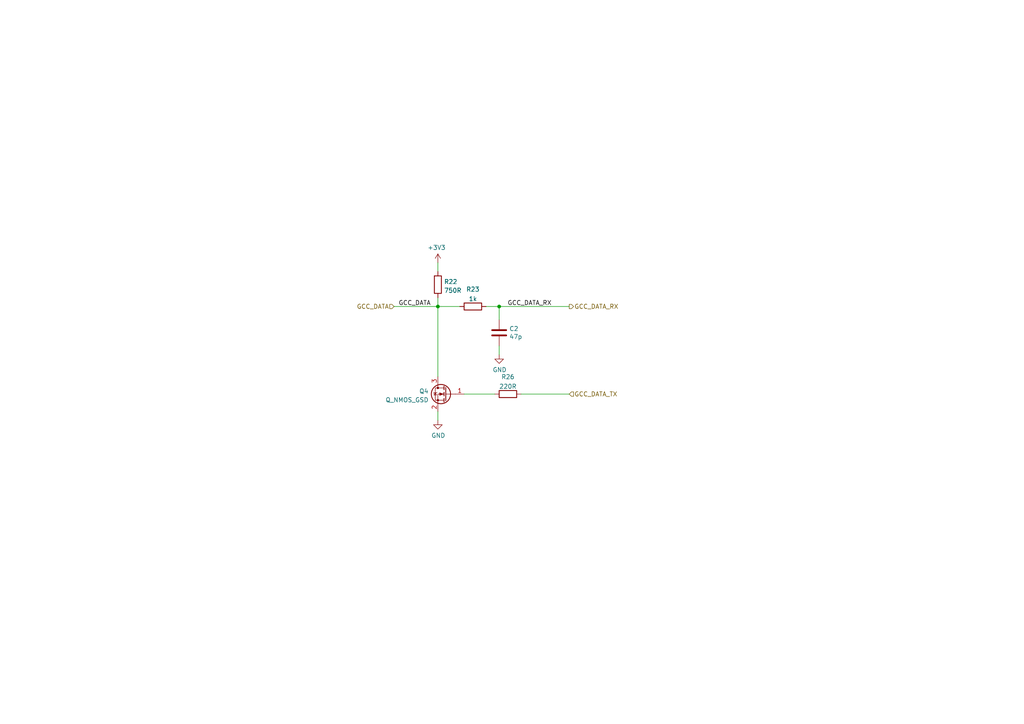
<source format=kicad_sch>
(kicad_sch (version 20211123) (generator eeschema)
  (paper "A4")
  (title_block (title "PHORAE") (rev "A"))
  (lib_symbols
    (symbol "Device:C" (pin_numbers hide) (pin_names (offset 0.254))
      (property "Reference" "C" (at 0.635 2.54 0))
      (property "Value" "C" (at 0.635 -2.54 0))
      (symbol "C_0_1"
        (polyline (pts (xy -2.032 -0.762) (xy 2.032 -0.762)) (stroke (width 0.508)))
        (polyline (pts (xy -2.032 0.762) (xy 2.032 0.762)) (stroke (width 0.508)))
      )
      (symbol "C_1_1"
        (pin passive line (at 0 3.81 270) (length 2.794) (name "~") (number "1"))
        (pin passive line (at 0 -3.81 90) (length 2.794) (name "~") (number "2"))
      )
    )
    (symbol "Device:Q_NMOS_GSD" (pin_names (offset 0) hide)
      (property "Reference" "Q" (at 5.08 1.27 0))
      (property "Value" "Q_NMOS_GSD" (at 5.08 -1.27 0))
      (symbol "Q_NMOS_GSD_0_1"
        (polyline (pts (xy 0.254 0) (xy -2.54 0)))
        (polyline (pts (xy 0.254 1.905) (xy 0.254 -1.905)) (stroke (width 0.254)))
        (polyline (pts (xy 0.762 -1.27) (xy 0.762 -2.286)) (stroke (width 0.254)))
        (polyline (pts (xy 0.762 0.508) (xy 0.762 -0.508)) (stroke (width 0.254)))
        (polyline (pts (xy 0.762 2.286) (xy 0.762 1.27)) (stroke (width 0.254)))
        (polyline (pts (xy 2.54 2.54) (xy 2.54 1.778)))
        (polyline (pts (xy 2.54 -2.54) (xy 2.54 0) (xy 0.762 0)))
        (polyline (pts (xy 0.762 -1.778) (xy 3.302 -1.778) (xy 3.302 1.778) (xy 0.762 1.778)))
        (polyline (pts (xy 1.016 0) (xy 2.032 0.381) (xy 2.032 -0.381) (xy 1.016 0)) (fill (type outline)))
        (polyline (pts (xy 2.794 0.508) (xy 2.921 0.381) (xy 3.683 0.381) (xy 3.81 0.254)))
        (polyline (pts (xy 3.302 0.381) (xy 2.921 -0.254) (xy 3.683 -0.254) (xy 3.302 0.381)))
        (circle (center 1.651 0) (radius 2.794) (stroke (width 0.254)))
        (circle (center 2.54 -1.778) (radius 0.254) (fill (type outline)))
        (circle (center 2.54 1.778) (radius 0.254) (fill (type outline)))
      )
      (symbol "Q_NMOS_GSD_1_1"
        (pin input line (at -5.08 0 0) (length 2.54) (name "G") (number "1"))
        (pin passive line (at 2.54 -5.08 90) (length 2.54) (name "S") (number "2"))
        (pin passive line (at 2.54 5.08 270) (length 2.54) (name "D") (number "3"))
      )
    )
    (symbol "Device:R" (pin_numbers hide) (pin_names (offset 0))
      (property "Reference" "R" (at 2.032 0 90))
      (property "Value" "R" (at 0 0 90))
      (symbol "R_0_1"
        (rectangle (start -1.016 -2.54) (end 1.016 2.54) (stroke (width 0.254)))
      )
      (symbol "R_1_1"
        (pin passive line (at 0 3.81 270) (length 1.27) (name "~") (number "1"))
        (pin passive line (at 0 -3.81 90) (length 1.27) (name "~") (number "2"))
      )
    )
    (symbol "power:+3V3" (power) (pin_names (offset 0))
      (property "Value" "+3V3" (at 0 3.556 0))
      (symbol "+3V3_0_1"
        (polyline (pts (xy -0.762 1.27) (xy 0 2.54)))
        (polyline (pts (xy 0 0) (xy 0 2.54)))
        (polyline (pts (xy 0 2.54) (xy 0.762 1.27)))
      )
      (symbol "+3V3_1_1"
        (pin power_in line (at 0 0 90) (length 0) hide (name "+3V3") (number "1"))
      )
    )
    (symbol "power:GND" (power) (pin_names (offset 0))
      (property "Value" "GND" (at 0 -3.81 0))
      (symbol "GND_0_1"
        (polyline (pts (xy 0 0) (xy 0 -1.27) (xy 1.27 -1.27) (xy 0 -2.54) (xy -1.27 -1.27) (xy 0 -1.27)))
      )
      (symbol "GND_1_1"
        (pin power_in line (at 0 0 270) (length 0) hide (name "GND") (number "1"))
      )
    )
  )
  (junction (at 144.78 88.9))
  (junction (at 127 88.9))
  (wire (pts (xy 151.13 114.3) (xy 165.1 114.3)))
  (wire (pts (xy 140.97 88.9) (xy 144.78 88.9)))
  (wire (pts (xy 134.62 114.3) (xy 143.51 114.3)))
  (wire (pts (xy 144.78 88.9) (xy 144.78 92.71)))
  (wire (pts (xy 127 88.9) (xy 127 109.22)))
  (wire (pts (xy 114.3 88.9) (xy 127 88.9)))
  (wire (pts (xy 127 88.9) (xy 133.35 88.9)))
  (wire (pts (xy 144.78 88.9) (xy 165.1 88.9)))
  (wire (pts (xy 127 76.2) (xy 127 78.74)))
  (wire (pts (xy 127 119.38) (xy 127 121.92)))
  (wire (pts (xy 127 86.36) (xy 127 88.9)))
  (wire (pts (xy 144.78 100.33) (xy 144.78 102.87)))
  (label "GCC_DATA" (at 115.57 88.9 0))
  (label "GCC_DATA_RX" (at 160.02 88.9 180))
  (hierarchical_label "GCC_DATA" (shape input) (at 114.3 88.9 180))
  (hierarchical_label "GCC_DATA_RX" (shape output) (at 165.1 88.9 0))
  (hierarchical_label "GCC_DATA_TX" (shape input) (at 165.1 114.3 0))
  (symbol (lib_id "Device:Q_NMOS_GSD") (at 129.54 114.3 0) (mirror y) (unit 1)
    (property "Reference" "Q4" (at 124.3331 113.4653 0) (effects (justify left)))
    (property "Value" "Q_NMOS_GSD" (at 124.3331 116.0022 0) (effects (justify left)))
    (property "Footprint" "Package_TO_SOT_SMD:SOT-23" (effects hide))
    (property "LCSC" "C20917" (effects hide))
  )
  (symbol (lib_id "Device:R") (at 127 82.55 180) (unit 1)
    (property "Reference" "R22" (at 128.778 81.7153 0) (effects (justify right)))
    (property "Value" "750R" (at 128.778 84.2522 0) (effects (justify right)))
    (property "Footprint" "Resistor_SMD:R_0603_1608Metric" (effects hide))
    (property "LCSC" "C22775" (effects hide))
  )
  (symbol (lib_id "Device:R") (at 137.16 88.9 90) (unit 1)
    (property "Reference" "R23" (at 137.16 83.9175 90))
    (property "Value" "1k" (at 137.16 86.6926 90))
    (property "Footprint" "Resistor_SMD:R_0603_1608Metric" (effects hide))
    (property "LCSC" "C22775" (effects hide))
  )
  (symbol (lib_id "Device:C") (at 144.78 96.52 0) (unit 1)
    (property "Reference" "C2" (at 147.701 95.3516 0) (effects (justify left)))
    (property "Value" "47p" (at 147.701 97.663 0) (effects (justify left)))
    (property "Footprint" "Capacitor_SMD:C_0603_1608Metric" (effects hide))
  )
  (symbol (lib_id "power:+3V3") (at 127 76.2 0) (mirror y) (unit 1)
    (property "Reference" "#PWR030" (effects hide))
    (property "Value" "+3V3" (at 126.619 71.8058 0))
  )
  (symbol (lib_id "power:GND") (at 144.78 102.87 0) (unit 1)
    (property "Reference" "#PWR032" (effects hide))
    (property "Value" "GND" (at 144.907 107.2642 0))
  )
  (symbol (lib_id "Device:R") (at 147.32 114.3 90) (unit 1)
    (property "Reference" "R26" (at 147.32 109.3175 90))
    (property "Value" "220R" (at 147.32 112.0926 90))
    (property "Footprint" "Resistor_SMD:R_0603_1608Metric" (effects hide))
    (property "LCSC" "C22775" (effects hide))
  )
  (symbol (lib_id "power:GND") (at 127 121.92 0) (unit 1)
    (property "Reference" "#PWR031" (effects hide))
    (property "Value" "GND" (at 127.127 126.3142 0))
  )
)
</source>
